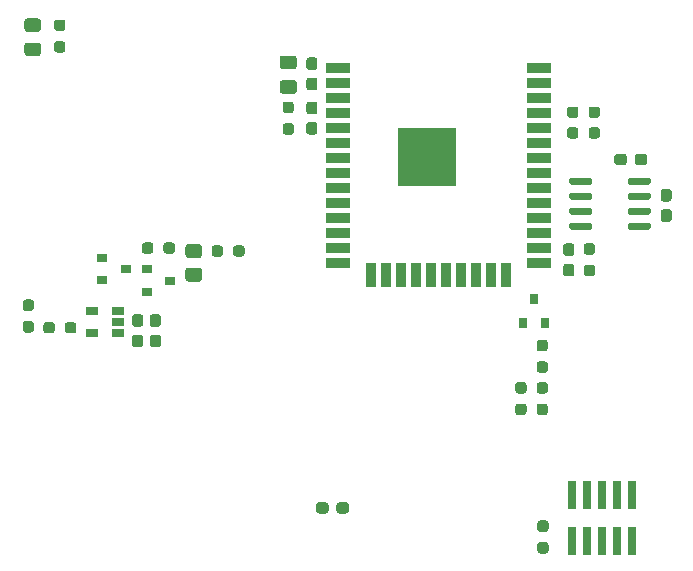
<source format=gbr>
%TF.GenerationSoftware,KiCad,Pcbnew,(5.1.10)-1*%
%TF.CreationDate,2021-10-19T15:37:20+02:00*%
%TF.ProjectId,OpenHeat,4f70656e-4865-4617-942e-6b696361645f,1.0*%
%TF.SameCoordinates,Original*%
%TF.FileFunction,Paste,Top*%
%TF.FilePolarity,Positive*%
%FSLAX46Y46*%
G04 Gerber Fmt 4.6, Leading zero omitted, Abs format (unit mm)*
G04 Created by KiCad (PCBNEW (5.1.10)-1) date 2021-10-19 15:37:20*
%MOMM*%
%LPD*%
G01*
G04 APERTURE LIST*
%ADD10R,2.000000X0.900000*%
%ADD11R,0.900000X2.000000*%
%ADD12R,5.000000X5.000000*%
%ADD13R,1.060000X0.650000*%
%ADD14R,0.900000X0.800000*%
%ADD15R,0.740000X2.400000*%
%ADD16R,0.800000X0.900000*%
G04 APERTURE END LIST*
%TO.C,U4*%
G36*
G01*
X159750000Y-120755000D02*
X159750000Y-121055000D01*
G75*
G02*
X159600000Y-121205000I-150000J0D01*
G01*
X157950000Y-121205000D01*
G75*
G02*
X157800000Y-121055000I0J150000D01*
G01*
X157800000Y-120755000D01*
G75*
G02*
X157950000Y-120605000I150000J0D01*
G01*
X159600000Y-120605000D01*
G75*
G02*
X159750000Y-120755000I0J-150000D01*
G01*
G37*
G36*
G01*
X159750000Y-119485000D02*
X159750000Y-119785000D01*
G75*
G02*
X159600000Y-119935000I-150000J0D01*
G01*
X157950000Y-119935000D01*
G75*
G02*
X157800000Y-119785000I0J150000D01*
G01*
X157800000Y-119485000D01*
G75*
G02*
X157950000Y-119335000I150000J0D01*
G01*
X159600000Y-119335000D01*
G75*
G02*
X159750000Y-119485000I0J-150000D01*
G01*
G37*
G36*
G01*
X159750000Y-118215000D02*
X159750000Y-118515000D01*
G75*
G02*
X159600000Y-118665000I-150000J0D01*
G01*
X157950000Y-118665000D01*
G75*
G02*
X157800000Y-118515000I0J150000D01*
G01*
X157800000Y-118215000D01*
G75*
G02*
X157950000Y-118065000I150000J0D01*
G01*
X159600000Y-118065000D01*
G75*
G02*
X159750000Y-118215000I0J-150000D01*
G01*
G37*
G36*
G01*
X159750000Y-116945000D02*
X159750000Y-117245000D01*
G75*
G02*
X159600000Y-117395000I-150000J0D01*
G01*
X157950000Y-117395000D01*
G75*
G02*
X157800000Y-117245000I0J150000D01*
G01*
X157800000Y-116945000D01*
G75*
G02*
X157950000Y-116795000I150000J0D01*
G01*
X159600000Y-116795000D01*
G75*
G02*
X159750000Y-116945000I0J-150000D01*
G01*
G37*
G36*
G01*
X164700000Y-116945000D02*
X164700000Y-117245000D01*
G75*
G02*
X164550000Y-117395000I-150000J0D01*
G01*
X162900000Y-117395000D01*
G75*
G02*
X162750000Y-117245000I0J150000D01*
G01*
X162750000Y-116945000D01*
G75*
G02*
X162900000Y-116795000I150000J0D01*
G01*
X164550000Y-116795000D01*
G75*
G02*
X164700000Y-116945000I0J-150000D01*
G01*
G37*
G36*
G01*
X164700000Y-118215000D02*
X164700000Y-118515000D01*
G75*
G02*
X164550000Y-118665000I-150000J0D01*
G01*
X162900000Y-118665000D01*
G75*
G02*
X162750000Y-118515000I0J150000D01*
G01*
X162750000Y-118215000D01*
G75*
G02*
X162900000Y-118065000I150000J0D01*
G01*
X164550000Y-118065000D01*
G75*
G02*
X164700000Y-118215000I0J-150000D01*
G01*
G37*
G36*
G01*
X164700000Y-119485000D02*
X164700000Y-119785000D01*
G75*
G02*
X164550000Y-119935000I-150000J0D01*
G01*
X162900000Y-119935000D01*
G75*
G02*
X162750000Y-119785000I0J150000D01*
G01*
X162750000Y-119485000D01*
G75*
G02*
X162900000Y-119335000I150000J0D01*
G01*
X164550000Y-119335000D01*
G75*
G02*
X164700000Y-119485000I0J-150000D01*
G01*
G37*
G36*
G01*
X164700000Y-120755000D02*
X164700000Y-121055000D01*
G75*
G02*
X164550000Y-121205000I-150000J0D01*
G01*
X162900000Y-121205000D01*
G75*
G02*
X162750000Y-121055000I0J150000D01*
G01*
X162750000Y-120755000D01*
G75*
G02*
X162900000Y-120605000I150000J0D01*
G01*
X164550000Y-120605000D01*
G75*
G02*
X164700000Y-120755000I0J-150000D01*
G01*
G37*
%TD*%
D10*
%TO.C,U3*%
X155250000Y-107495000D03*
X155250000Y-108765000D03*
X155250000Y-110035000D03*
X155250000Y-111305000D03*
X155250000Y-112575000D03*
X155250000Y-113845000D03*
X155250000Y-115115000D03*
X155250000Y-116385000D03*
X155250000Y-117655000D03*
X155250000Y-118925000D03*
X155250000Y-120195000D03*
X155250000Y-121465000D03*
X155250000Y-122735000D03*
X155250000Y-124005000D03*
D11*
X152465000Y-125005000D03*
X151195000Y-125005000D03*
X149925000Y-125005000D03*
X148655000Y-125005000D03*
X147385000Y-125005000D03*
X146115000Y-125005000D03*
X144845000Y-125005000D03*
X143575000Y-125005000D03*
X142305000Y-125005000D03*
X141035000Y-125005000D03*
D10*
X138250000Y-124005000D03*
X138250000Y-122735000D03*
X138250000Y-121465000D03*
X138250000Y-120195000D03*
X138250000Y-118925000D03*
X138250000Y-117655000D03*
X138250000Y-116385000D03*
X138250000Y-115115000D03*
X138250000Y-113845000D03*
X138250000Y-112575000D03*
X138250000Y-111305000D03*
X138250000Y-110035000D03*
X138250000Y-108765000D03*
X138250000Y-107495000D03*
D12*
X145750000Y-114995000D03*
%TD*%
D13*
%TO.C,U2*%
X117400000Y-129950000D03*
X117400000Y-128050000D03*
X119600000Y-128050000D03*
X119600000Y-129000000D03*
X119600000Y-129950000D03*
%TD*%
%TO.C,R14*%
G36*
G01*
X155330500Y-147636500D02*
X155805500Y-147636500D01*
G75*
G02*
X156043000Y-147874000I0J-237500D01*
G01*
X156043000Y-148374000D01*
G75*
G02*
X155805500Y-148611500I-237500J0D01*
G01*
X155330500Y-148611500D01*
G75*
G02*
X155093000Y-148374000I0J237500D01*
G01*
X155093000Y-147874000D01*
G75*
G02*
X155330500Y-147636500I237500J0D01*
G01*
G37*
G36*
G01*
X155330500Y-145811500D02*
X155805500Y-145811500D01*
G75*
G02*
X156043000Y-146049000I0J-237500D01*
G01*
X156043000Y-146549000D01*
G75*
G02*
X155805500Y-146786500I-237500J0D01*
G01*
X155330500Y-146786500D01*
G75*
G02*
X155093000Y-146549000I0J237500D01*
G01*
X155093000Y-146049000D01*
G75*
G02*
X155330500Y-145811500I237500J0D01*
G01*
G37*
%TD*%
%TO.C,R13*%
G36*
G01*
X158575000Y-112762500D02*
X158575000Y-113237500D01*
G75*
G02*
X158337500Y-113475000I-237500J0D01*
G01*
X157837500Y-113475000D01*
G75*
G02*
X157600000Y-113237500I0J237500D01*
G01*
X157600000Y-112762500D01*
G75*
G02*
X157837500Y-112525000I237500J0D01*
G01*
X158337500Y-112525000D01*
G75*
G02*
X158575000Y-112762500I0J-237500D01*
G01*
G37*
G36*
G01*
X160400000Y-112762500D02*
X160400000Y-113237500D01*
G75*
G02*
X160162500Y-113475000I-237500J0D01*
G01*
X159662500Y-113475000D01*
G75*
G02*
X159425000Y-113237500I0J237500D01*
G01*
X159425000Y-112762500D01*
G75*
G02*
X159662500Y-112525000I237500J0D01*
G01*
X160162500Y-112525000D01*
G75*
G02*
X160400000Y-112762500I0J-237500D01*
G01*
G37*
%TD*%
%TO.C,R12*%
G36*
G01*
X158575000Y-111012500D02*
X158575000Y-111487500D01*
G75*
G02*
X158337500Y-111725000I-237500J0D01*
G01*
X157837500Y-111725000D01*
G75*
G02*
X157600000Y-111487500I0J237500D01*
G01*
X157600000Y-111012500D01*
G75*
G02*
X157837500Y-110775000I237500J0D01*
G01*
X158337500Y-110775000D01*
G75*
G02*
X158575000Y-111012500I0J-237500D01*
G01*
G37*
G36*
G01*
X160400000Y-111012500D02*
X160400000Y-111487500D01*
G75*
G02*
X160162500Y-111725000I-237500J0D01*
G01*
X159662500Y-111725000D01*
G75*
G02*
X159425000Y-111487500I0J237500D01*
G01*
X159425000Y-111012500D01*
G75*
G02*
X159662500Y-110775000I237500J0D01*
G01*
X160162500Y-110775000D01*
G75*
G02*
X160400000Y-111012500I0J-237500D01*
G01*
G37*
%TD*%
%TO.C,R11*%
G36*
G01*
X129337500Y-123237500D02*
X129337500Y-122762500D01*
G75*
G02*
X129575000Y-122525000I237500J0D01*
G01*
X130075000Y-122525000D01*
G75*
G02*
X130312500Y-122762500I0J-237500D01*
G01*
X130312500Y-123237500D01*
G75*
G02*
X130075000Y-123475000I-237500J0D01*
G01*
X129575000Y-123475000D01*
G75*
G02*
X129337500Y-123237500I0J237500D01*
G01*
G37*
G36*
G01*
X127512500Y-123237500D02*
X127512500Y-122762500D01*
G75*
G02*
X127750000Y-122525000I237500J0D01*
G01*
X128250000Y-122525000D01*
G75*
G02*
X128487500Y-122762500I0J-237500D01*
G01*
X128487500Y-123237500D01*
G75*
G02*
X128250000Y-123475000I-237500J0D01*
G01*
X127750000Y-123475000D01*
G75*
G02*
X127512500Y-123237500I0J237500D01*
G01*
G37*
%TD*%
%TO.C,R10*%
G36*
G01*
X153462500Y-135925000D02*
X153937500Y-135925000D01*
G75*
G02*
X154175000Y-136162500I0J-237500D01*
G01*
X154175000Y-136662500D01*
G75*
G02*
X153937500Y-136900000I-237500J0D01*
G01*
X153462500Y-136900000D01*
G75*
G02*
X153225000Y-136662500I0J237500D01*
G01*
X153225000Y-136162500D01*
G75*
G02*
X153462500Y-135925000I237500J0D01*
G01*
G37*
G36*
G01*
X153462500Y-134100000D02*
X153937500Y-134100000D01*
G75*
G02*
X154175000Y-134337500I0J-237500D01*
G01*
X154175000Y-134837500D01*
G75*
G02*
X153937500Y-135075000I-237500J0D01*
G01*
X153462500Y-135075000D01*
G75*
G02*
X153225000Y-134837500I0J237500D01*
G01*
X153225000Y-134337500D01*
G75*
G02*
X153462500Y-134100000I237500J0D01*
G01*
G37*
%TD*%
%TO.C,R9*%
G36*
G01*
X159262500Y-124175000D02*
X159737500Y-124175000D01*
G75*
G02*
X159975000Y-124412500I0J-237500D01*
G01*
X159975000Y-124912500D01*
G75*
G02*
X159737500Y-125150000I-237500J0D01*
G01*
X159262500Y-125150000D01*
G75*
G02*
X159025000Y-124912500I0J237500D01*
G01*
X159025000Y-124412500D01*
G75*
G02*
X159262500Y-124175000I237500J0D01*
G01*
G37*
G36*
G01*
X159262500Y-122350000D02*
X159737500Y-122350000D01*
G75*
G02*
X159975000Y-122587500I0J-237500D01*
G01*
X159975000Y-123087500D01*
G75*
G02*
X159737500Y-123325000I-237500J0D01*
G01*
X159262500Y-123325000D01*
G75*
G02*
X159025000Y-123087500I0J237500D01*
G01*
X159025000Y-122587500D01*
G75*
G02*
X159262500Y-122350000I237500J0D01*
G01*
G37*
%TD*%
%TO.C,R8*%
G36*
G01*
X155737500Y-131487500D02*
X155262500Y-131487500D01*
G75*
G02*
X155025000Y-131250000I0J237500D01*
G01*
X155025000Y-130750000D01*
G75*
G02*
X155262500Y-130512500I237500J0D01*
G01*
X155737500Y-130512500D01*
G75*
G02*
X155975000Y-130750000I0J-237500D01*
G01*
X155975000Y-131250000D01*
G75*
G02*
X155737500Y-131487500I-237500J0D01*
G01*
G37*
G36*
G01*
X155737500Y-133312500D02*
X155262500Y-133312500D01*
G75*
G02*
X155025000Y-133075000I0J237500D01*
G01*
X155025000Y-132575000D01*
G75*
G02*
X155262500Y-132337500I237500J0D01*
G01*
X155737500Y-132337500D01*
G75*
G02*
X155975000Y-132575000I0J-237500D01*
G01*
X155975000Y-133075000D01*
G75*
G02*
X155737500Y-133312500I-237500J0D01*
G01*
G37*
%TD*%
%TO.C,R7*%
G36*
G01*
X155262500Y-135925000D02*
X155737500Y-135925000D01*
G75*
G02*
X155975000Y-136162500I0J-237500D01*
G01*
X155975000Y-136662500D01*
G75*
G02*
X155737500Y-136900000I-237500J0D01*
G01*
X155262500Y-136900000D01*
G75*
G02*
X155025000Y-136662500I0J237500D01*
G01*
X155025000Y-136162500D01*
G75*
G02*
X155262500Y-135925000I237500J0D01*
G01*
G37*
G36*
G01*
X155262500Y-134100000D02*
X155737500Y-134100000D01*
G75*
G02*
X155975000Y-134337500I0J-237500D01*
G01*
X155975000Y-134837500D01*
G75*
G02*
X155737500Y-135075000I-237500J0D01*
G01*
X155262500Y-135075000D01*
G75*
G02*
X155025000Y-134837500I0J237500D01*
G01*
X155025000Y-134337500D01*
G75*
G02*
X155262500Y-134100000I237500J0D01*
G01*
G37*
%TD*%
%TO.C,R6*%
G36*
G01*
X114887500Y-104373500D02*
X114412500Y-104373500D01*
G75*
G02*
X114175000Y-104136000I0J237500D01*
G01*
X114175000Y-103636000D01*
G75*
G02*
X114412500Y-103398500I237500J0D01*
G01*
X114887500Y-103398500D01*
G75*
G02*
X115125000Y-103636000I0J-237500D01*
G01*
X115125000Y-104136000D01*
G75*
G02*
X114887500Y-104373500I-237500J0D01*
G01*
G37*
G36*
G01*
X114887500Y-106198500D02*
X114412500Y-106198500D01*
G75*
G02*
X114175000Y-105961000I0J237500D01*
G01*
X114175000Y-105461000D01*
G75*
G02*
X114412500Y-105223500I237500J0D01*
G01*
X114887500Y-105223500D01*
G75*
G02*
X115125000Y-105461000I0J-237500D01*
G01*
X115125000Y-105961000D01*
G75*
G02*
X114887500Y-106198500I-237500J0D01*
G01*
G37*
%TD*%
%TO.C,R5*%
G36*
G01*
X122575000Y-122512500D02*
X122575000Y-122987500D01*
G75*
G02*
X122337500Y-123225000I-237500J0D01*
G01*
X121837500Y-123225000D01*
G75*
G02*
X121600000Y-122987500I0J237500D01*
G01*
X121600000Y-122512500D01*
G75*
G02*
X121837500Y-122275000I237500J0D01*
G01*
X122337500Y-122275000D01*
G75*
G02*
X122575000Y-122512500I0J-237500D01*
G01*
G37*
G36*
G01*
X124400000Y-122512500D02*
X124400000Y-122987500D01*
G75*
G02*
X124162500Y-123225000I-237500J0D01*
G01*
X123662500Y-123225000D01*
G75*
G02*
X123425000Y-122987500I0J237500D01*
G01*
X123425000Y-122512500D01*
G75*
G02*
X123662500Y-122275000I237500J0D01*
G01*
X124162500Y-122275000D01*
G75*
G02*
X124400000Y-122512500I0J-237500D01*
G01*
G37*
%TD*%
%TO.C,R4*%
G36*
G01*
X112237500Y-128075000D02*
X111762500Y-128075000D01*
G75*
G02*
X111525000Y-127837500I0J237500D01*
G01*
X111525000Y-127337500D01*
G75*
G02*
X111762500Y-127100000I237500J0D01*
G01*
X112237500Y-127100000D01*
G75*
G02*
X112475000Y-127337500I0J-237500D01*
G01*
X112475000Y-127837500D01*
G75*
G02*
X112237500Y-128075000I-237500J0D01*
G01*
G37*
G36*
G01*
X112237500Y-129900000D02*
X111762500Y-129900000D01*
G75*
G02*
X111525000Y-129662500I0J237500D01*
G01*
X111525000Y-129162500D01*
G75*
G02*
X111762500Y-128925000I237500J0D01*
G01*
X112237500Y-128925000D01*
G75*
G02*
X112475000Y-129162500I0J-237500D01*
G01*
X112475000Y-129662500D01*
G75*
G02*
X112237500Y-129900000I-237500J0D01*
G01*
G37*
%TD*%
%TO.C,R3*%
G36*
G01*
X125549999Y-124400000D02*
X126450001Y-124400000D01*
G75*
G02*
X126700000Y-124649999I0J-249999D01*
G01*
X126700000Y-125350001D01*
G75*
G02*
X126450001Y-125600000I-249999J0D01*
G01*
X125549999Y-125600000D01*
G75*
G02*
X125300000Y-125350001I0J249999D01*
G01*
X125300000Y-124649999D01*
G75*
G02*
X125549999Y-124400000I249999J0D01*
G01*
G37*
G36*
G01*
X125549999Y-122400000D02*
X126450001Y-122400000D01*
G75*
G02*
X126700000Y-122649999I0J-249999D01*
G01*
X126700000Y-123350001D01*
G75*
G02*
X126450001Y-123600000I-249999J0D01*
G01*
X125549999Y-123600000D01*
G75*
G02*
X125300000Y-123350001I0J249999D01*
G01*
X125300000Y-122649999D01*
G75*
G02*
X125549999Y-122400000I249999J0D01*
G01*
G37*
%TD*%
%TO.C,R2*%
G36*
G01*
X115087500Y-129737500D02*
X115087500Y-129262500D01*
G75*
G02*
X115325000Y-129025000I237500J0D01*
G01*
X115825000Y-129025000D01*
G75*
G02*
X116062500Y-129262500I0J-237500D01*
G01*
X116062500Y-129737500D01*
G75*
G02*
X115825000Y-129975000I-237500J0D01*
G01*
X115325000Y-129975000D01*
G75*
G02*
X115087500Y-129737500I0J237500D01*
G01*
G37*
G36*
G01*
X113262500Y-129737500D02*
X113262500Y-129262500D01*
G75*
G02*
X113500000Y-129025000I237500J0D01*
G01*
X114000000Y-129025000D01*
G75*
G02*
X114237500Y-129262500I0J-237500D01*
G01*
X114237500Y-129737500D01*
G75*
G02*
X114000000Y-129975000I-237500J0D01*
G01*
X113500000Y-129975000D01*
G75*
G02*
X113262500Y-129737500I0J237500D01*
G01*
G37*
%TD*%
%TO.C,R1*%
G36*
G01*
X134237500Y-111325000D02*
X133762500Y-111325000D01*
G75*
G02*
X133525000Y-111087500I0J237500D01*
G01*
X133525000Y-110587500D01*
G75*
G02*
X133762500Y-110350000I237500J0D01*
G01*
X134237500Y-110350000D01*
G75*
G02*
X134475000Y-110587500I0J-237500D01*
G01*
X134475000Y-111087500D01*
G75*
G02*
X134237500Y-111325000I-237500J0D01*
G01*
G37*
G36*
G01*
X134237500Y-113150000D02*
X133762500Y-113150000D01*
G75*
G02*
X133525000Y-112912500I0J237500D01*
G01*
X133525000Y-112412500D01*
G75*
G02*
X133762500Y-112175000I237500J0D01*
G01*
X134237500Y-112175000D01*
G75*
G02*
X134475000Y-112412500I0J-237500D01*
G01*
X134475000Y-112912500D01*
G75*
G02*
X134237500Y-113150000I-237500J0D01*
G01*
G37*
%TD*%
D14*
%TO.C,Q1*%
X124000000Y-125500000D03*
X122000000Y-126450000D03*
X122000000Y-124550000D03*
%TD*%
D15*
%TO.C,J2*%
X163108000Y-143674000D03*
X163108000Y-147574000D03*
X161838000Y-143674000D03*
X161838000Y-147574000D03*
X160568000Y-143674000D03*
X160568000Y-147574000D03*
X159298000Y-143674000D03*
X159298000Y-147574000D03*
X158028000Y-143674000D03*
X158028000Y-147574000D03*
%TD*%
D16*
%TO.C,D3*%
X154800000Y-127100000D03*
X155750000Y-129100000D03*
X153850000Y-129100000D03*
%TD*%
%TO.C,D2*%
G36*
G01*
X112814001Y-104452000D02*
X111913999Y-104452000D01*
G75*
G02*
X111664000Y-104202001I0J249999D01*
G01*
X111664000Y-103551999D01*
G75*
G02*
X111913999Y-103302000I249999J0D01*
G01*
X112814001Y-103302000D01*
G75*
G02*
X113064000Y-103551999I0J-249999D01*
G01*
X113064000Y-104202001D01*
G75*
G02*
X112814001Y-104452000I-249999J0D01*
G01*
G37*
G36*
G01*
X112814001Y-106502000D02*
X111913999Y-106502000D01*
G75*
G02*
X111664000Y-106252001I0J249999D01*
G01*
X111664000Y-105601999D01*
G75*
G02*
X111913999Y-105352000I249999J0D01*
G01*
X112814001Y-105352000D01*
G75*
G02*
X113064000Y-105601999I0J-249999D01*
G01*
X113064000Y-106252001D01*
G75*
G02*
X112814001Y-106502000I-249999J0D01*
G01*
G37*
%TD*%
D14*
%TO.C,D1*%
X120250000Y-124500000D03*
X118250000Y-125450000D03*
X118250000Y-123550000D03*
%TD*%
%TO.C,C13*%
G36*
G01*
X138075000Y-144987500D02*
X138075000Y-144512500D01*
G75*
G02*
X138312500Y-144275000I237500J0D01*
G01*
X138912500Y-144275000D01*
G75*
G02*
X139150000Y-144512500I0J-237500D01*
G01*
X139150000Y-144987500D01*
G75*
G02*
X138912500Y-145225000I-237500J0D01*
G01*
X138312500Y-145225000D01*
G75*
G02*
X138075000Y-144987500I0J237500D01*
G01*
G37*
G36*
G01*
X136350000Y-144987500D02*
X136350000Y-144512500D01*
G75*
G02*
X136587500Y-144275000I237500J0D01*
G01*
X137187500Y-144275000D01*
G75*
G02*
X137425000Y-144512500I0J-237500D01*
G01*
X137425000Y-144987500D01*
G75*
G02*
X137187500Y-145225000I-237500J0D01*
G01*
X136587500Y-145225000D01*
G75*
G02*
X136350000Y-144987500I0J237500D01*
G01*
G37*
%TD*%
%TO.C,C12*%
G36*
G01*
X166237500Y-118812500D02*
X165762500Y-118812500D01*
G75*
G02*
X165525000Y-118575000I0J237500D01*
G01*
X165525000Y-117975000D01*
G75*
G02*
X165762500Y-117737500I237500J0D01*
G01*
X166237500Y-117737500D01*
G75*
G02*
X166475000Y-117975000I0J-237500D01*
G01*
X166475000Y-118575000D01*
G75*
G02*
X166237500Y-118812500I-237500J0D01*
G01*
G37*
G36*
G01*
X166237500Y-120537500D02*
X165762500Y-120537500D01*
G75*
G02*
X165525000Y-120300000I0J237500D01*
G01*
X165525000Y-119700000D01*
G75*
G02*
X165762500Y-119462500I237500J0D01*
G01*
X166237500Y-119462500D01*
G75*
G02*
X166475000Y-119700000I0J-237500D01*
G01*
X166475000Y-120300000D01*
G75*
G02*
X166237500Y-120537500I-237500J0D01*
G01*
G37*
%TD*%
%TO.C,C11*%
G36*
G01*
X162675000Y-115012500D02*
X162675000Y-115487500D01*
G75*
G02*
X162437500Y-115725000I-237500J0D01*
G01*
X161837500Y-115725000D01*
G75*
G02*
X161600000Y-115487500I0J237500D01*
G01*
X161600000Y-115012500D01*
G75*
G02*
X161837500Y-114775000I237500J0D01*
G01*
X162437500Y-114775000D01*
G75*
G02*
X162675000Y-115012500I0J-237500D01*
G01*
G37*
G36*
G01*
X164400000Y-115012500D02*
X164400000Y-115487500D01*
G75*
G02*
X164162500Y-115725000I-237500J0D01*
G01*
X163562500Y-115725000D01*
G75*
G02*
X163325000Y-115487500I0J237500D01*
G01*
X163325000Y-115012500D01*
G75*
G02*
X163562500Y-114775000I237500J0D01*
G01*
X164162500Y-114775000D01*
G75*
G02*
X164400000Y-115012500I0J-237500D01*
G01*
G37*
%TD*%
%TO.C,C10*%
G36*
G01*
X157512500Y-124075000D02*
X157987500Y-124075000D01*
G75*
G02*
X158225000Y-124312500I0J-237500D01*
G01*
X158225000Y-124912500D01*
G75*
G02*
X157987500Y-125150000I-237500J0D01*
G01*
X157512500Y-125150000D01*
G75*
G02*
X157275000Y-124912500I0J237500D01*
G01*
X157275000Y-124312500D01*
G75*
G02*
X157512500Y-124075000I237500J0D01*
G01*
G37*
G36*
G01*
X157512500Y-122350000D02*
X157987500Y-122350000D01*
G75*
G02*
X158225000Y-122587500I0J-237500D01*
G01*
X158225000Y-123187500D01*
G75*
G02*
X157987500Y-123425000I-237500J0D01*
G01*
X157512500Y-123425000D01*
G75*
G02*
X157275000Y-123187500I0J237500D01*
G01*
X157275000Y-122587500D01*
G75*
G02*
X157512500Y-122350000I237500J0D01*
G01*
G37*
%TD*%
%TO.C,C8*%
G36*
G01*
X133525000Y-108523200D02*
X134475000Y-108523200D01*
G75*
G02*
X134725000Y-108773200I0J-250000D01*
G01*
X134725000Y-109448200D01*
G75*
G02*
X134475000Y-109698200I-250000J0D01*
G01*
X133525000Y-109698200D01*
G75*
G02*
X133275000Y-109448200I0J250000D01*
G01*
X133275000Y-108773200D01*
G75*
G02*
X133525000Y-108523200I250000J0D01*
G01*
G37*
G36*
G01*
X133525000Y-106448200D02*
X134475000Y-106448200D01*
G75*
G02*
X134725000Y-106698200I0J-250000D01*
G01*
X134725000Y-107373200D01*
G75*
G02*
X134475000Y-107623200I-250000J0D01*
G01*
X133525000Y-107623200D01*
G75*
G02*
X133275000Y-107373200I0J250000D01*
G01*
X133275000Y-106698200D01*
G75*
G02*
X133525000Y-106448200I250000J0D01*
G01*
G37*
%TD*%
%TO.C,C7*%
G36*
G01*
X136237500Y-107675000D02*
X135762500Y-107675000D01*
G75*
G02*
X135525000Y-107437500I0J237500D01*
G01*
X135525000Y-106837500D01*
G75*
G02*
X135762500Y-106600000I237500J0D01*
G01*
X136237500Y-106600000D01*
G75*
G02*
X136475000Y-106837500I0J-237500D01*
G01*
X136475000Y-107437500D01*
G75*
G02*
X136237500Y-107675000I-237500J0D01*
G01*
G37*
G36*
G01*
X136237500Y-109400000D02*
X135762500Y-109400000D01*
G75*
G02*
X135525000Y-109162500I0J237500D01*
G01*
X135525000Y-108562500D01*
G75*
G02*
X135762500Y-108325000I237500J0D01*
G01*
X136237500Y-108325000D01*
G75*
G02*
X136475000Y-108562500I0J-237500D01*
G01*
X136475000Y-109162500D01*
G75*
G02*
X136237500Y-109400000I-237500J0D01*
G01*
G37*
%TD*%
%TO.C,C6*%
G36*
G01*
X122512500Y-130075000D02*
X122987500Y-130075000D01*
G75*
G02*
X123225000Y-130312500I0J-237500D01*
G01*
X123225000Y-130912500D01*
G75*
G02*
X122987500Y-131150000I-237500J0D01*
G01*
X122512500Y-131150000D01*
G75*
G02*
X122275000Y-130912500I0J237500D01*
G01*
X122275000Y-130312500D01*
G75*
G02*
X122512500Y-130075000I237500J0D01*
G01*
G37*
G36*
G01*
X122512500Y-128350000D02*
X122987500Y-128350000D01*
G75*
G02*
X123225000Y-128587500I0J-237500D01*
G01*
X123225000Y-129187500D01*
G75*
G02*
X122987500Y-129425000I-237500J0D01*
G01*
X122512500Y-129425000D01*
G75*
G02*
X122275000Y-129187500I0J237500D01*
G01*
X122275000Y-128587500D01*
G75*
G02*
X122512500Y-128350000I237500J0D01*
G01*
G37*
%TD*%
%TO.C,C5*%
G36*
G01*
X135762500Y-112075000D02*
X136237500Y-112075000D01*
G75*
G02*
X136475000Y-112312500I0J-237500D01*
G01*
X136475000Y-112912500D01*
G75*
G02*
X136237500Y-113150000I-237500J0D01*
G01*
X135762500Y-113150000D01*
G75*
G02*
X135525000Y-112912500I0J237500D01*
G01*
X135525000Y-112312500D01*
G75*
G02*
X135762500Y-112075000I237500J0D01*
G01*
G37*
G36*
G01*
X135762500Y-110350000D02*
X136237500Y-110350000D01*
G75*
G02*
X136475000Y-110587500I0J-237500D01*
G01*
X136475000Y-111187500D01*
G75*
G02*
X136237500Y-111425000I-237500J0D01*
G01*
X135762500Y-111425000D01*
G75*
G02*
X135525000Y-111187500I0J237500D01*
G01*
X135525000Y-110587500D01*
G75*
G02*
X135762500Y-110350000I237500J0D01*
G01*
G37*
%TD*%
%TO.C,C4*%
G36*
G01*
X121012500Y-130075000D02*
X121487500Y-130075000D01*
G75*
G02*
X121725000Y-130312500I0J-237500D01*
G01*
X121725000Y-130912500D01*
G75*
G02*
X121487500Y-131150000I-237500J0D01*
G01*
X121012500Y-131150000D01*
G75*
G02*
X120775000Y-130912500I0J237500D01*
G01*
X120775000Y-130312500D01*
G75*
G02*
X121012500Y-130075000I237500J0D01*
G01*
G37*
G36*
G01*
X121012500Y-128350000D02*
X121487500Y-128350000D01*
G75*
G02*
X121725000Y-128587500I0J-237500D01*
G01*
X121725000Y-129187500D01*
G75*
G02*
X121487500Y-129425000I-237500J0D01*
G01*
X121012500Y-129425000D01*
G75*
G02*
X120775000Y-129187500I0J237500D01*
G01*
X120775000Y-128587500D01*
G75*
G02*
X121012500Y-128350000I237500J0D01*
G01*
G37*
%TD*%
M02*

</source>
